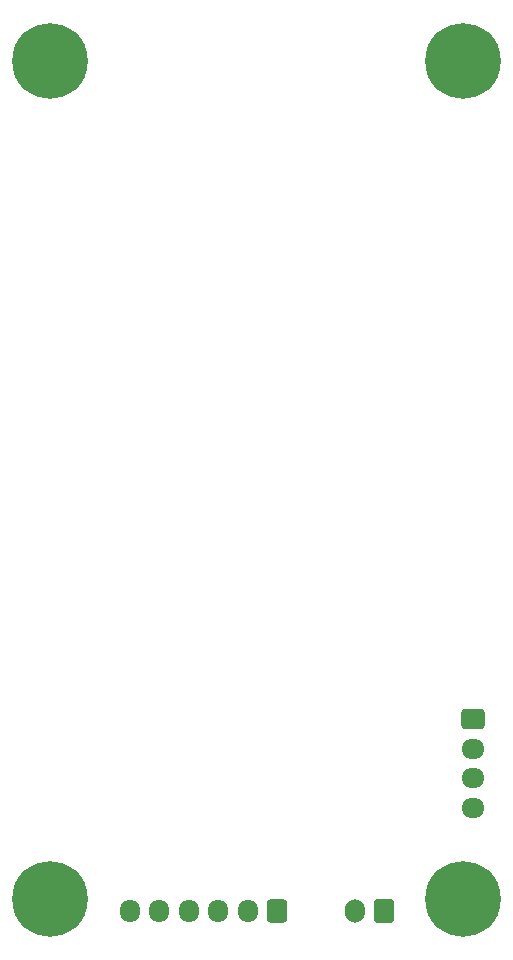
<source format=gbr>
%TF.GenerationSoftware,KiCad,Pcbnew,9.0.0-9.0.0-2~ubuntu24.04.1*%
%TF.CreationDate,2025-03-20T14:26:08+01:00*%
%TF.ProjectId,PCB_controller,5043425f-636f-46e7-9472-6f6c6c65722e,rev?*%
%TF.SameCoordinates,Original*%
%TF.FileFunction,Soldermask,Bot*%
%TF.FilePolarity,Negative*%
%FSLAX46Y46*%
G04 Gerber Fmt 4.6, Leading zero omitted, Abs format (unit mm)*
G04 Created by KiCad (PCBNEW 9.0.0-9.0.0-2~ubuntu24.04.1) date 2025-03-20 14:26:08*
%MOMM*%
%LPD*%
G01*
G04 APERTURE LIST*
G04 Aperture macros list*
%AMRoundRect*
0 Rectangle with rounded corners*
0 $1 Rounding radius*
0 $2 $3 $4 $5 $6 $7 $8 $9 X,Y pos of 4 corners*
0 Add a 4 corners polygon primitive as box body*
4,1,4,$2,$3,$4,$5,$6,$7,$8,$9,$2,$3,0*
0 Add four circle primitives for the rounded corners*
1,1,$1+$1,$2,$3*
1,1,$1+$1,$4,$5*
1,1,$1+$1,$6,$7*
1,1,$1+$1,$8,$9*
0 Add four rect primitives between the rounded corners*
20,1,$1+$1,$2,$3,$4,$5,0*
20,1,$1+$1,$4,$5,$6,$7,0*
20,1,$1+$1,$6,$7,$8,$9,0*
20,1,$1+$1,$8,$9,$2,$3,0*%
G04 Aperture macros list end*
%ADD10RoundRect,0.250000X-0.725000X0.600000X-0.725000X-0.600000X0.725000X-0.600000X0.725000X0.600000X0*%
%ADD11O,1.950000X1.700000*%
%ADD12C,0.800000*%
%ADD13C,6.400000*%
%ADD14RoundRect,0.250000X0.600000X0.725000X-0.600000X0.725000X-0.600000X-0.725000X0.600000X-0.725000X0*%
%ADD15O,1.700000X1.950000*%
%ADD16RoundRect,0.250000X0.600000X0.750000X-0.600000X0.750000X-0.600000X-0.750000X0.600000X-0.750000X0*%
%ADD17O,1.700000X2.000000*%
G04 APERTURE END LIST*
D10*
%TO.C,J3*%
X162787500Y-114750000D03*
D11*
X162787500Y-117250000D03*
X162787500Y-119750000D03*
X162787500Y-122250000D03*
%TD*%
D12*
%TO.C,H1*%
X159600000Y-59000000D03*
X160302944Y-57302944D03*
X160302944Y-60697056D03*
X162000000Y-56600000D03*
D13*
X162000000Y-59000000D03*
D12*
X162000000Y-61400000D03*
X163697056Y-57302944D03*
X163697056Y-60697056D03*
X164400000Y-59000000D03*
%TD*%
D14*
%TO.C,J2*%
X146250000Y-131000000D03*
D15*
X143750000Y-131000000D03*
X141250000Y-131000000D03*
X138750000Y-131000000D03*
X136250000Y-131000000D03*
X133750000Y-131000000D03*
%TD*%
D12*
%TO.C,H3*%
X124600000Y-59000000D03*
X125302944Y-57302944D03*
X125302944Y-60697056D03*
X127000000Y-56600000D03*
D13*
X127000000Y-59000000D03*
D12*
X127000000Y-61400000D03*
X128697056Y-57302944D03*
X128697056Y-60697056D03*
X129400000Y-59000000D03*
%TD*%
%TO.C,H2*%
X124600000Y-130000000D03*
X125302944Y-128302944D03*
X125302944Y-131697056D03*
X127000000Y-127600000D03*
D13*
X127000000Y-130000000D03*
D12*
X127000000Y-132400000D03*
X128697056Y-128302944D03*
X128697056Y-131697056D03*
X129400000Y-130000000D03*
%TD*%
%TO.C,H4*%
X159600000Y-130000000D03*
X160302944Y-128302944D03*
X160302944Y-131697056D03*
X162000000Y-127600000D03*
D13*
X162000000Y-130000000D03*
D12*
X162000000Y-132400000D03*
X163697056Y-128302944D03*
X163697056Y-131697056D03*
X164400000Y-130000000D03*
%TD*%
D16*
%TO.C,J1*%
X155287500Y-131000000D03*
D17*
X152787500Y-131000000D03*
%TD*%
M02*

</source>
